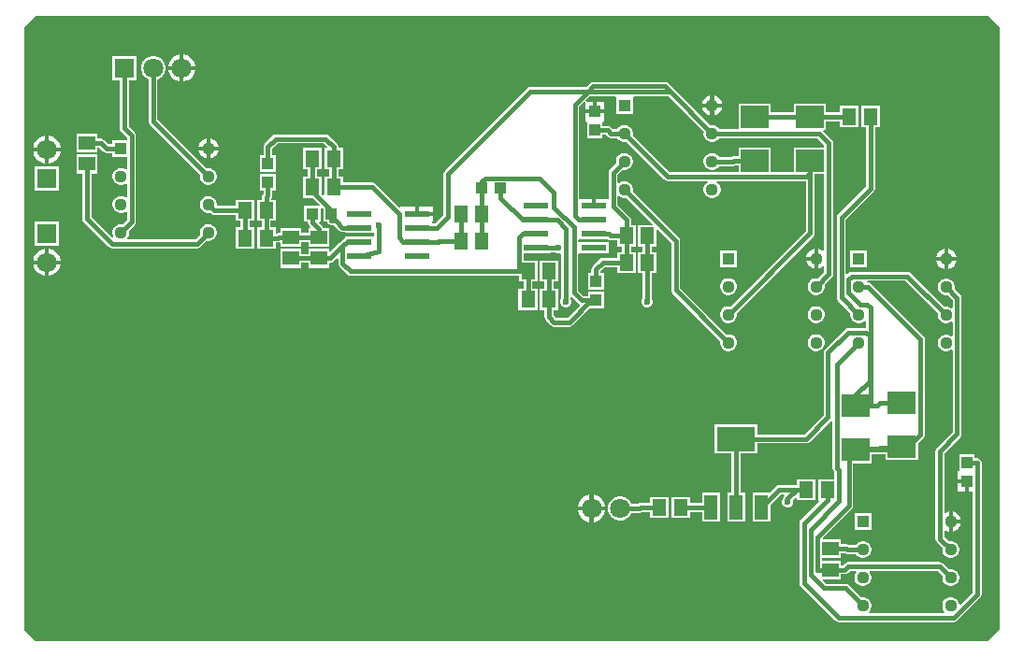
<source format=gtl>
G04*
G04 #@! TF.GenerationSoftware,Altium Limited,Altium Designer,24.0.1 (36)*
G04*
G04 Layer_Physical_Order=1*
G04 Layer_Color=255*
%FSLAX44Y44*%
%MOMM*%
G71*
G04*
G04 #@! TF.SameCoordinates,20C74B94-4111-4091-B890-7D796C08C91C*
G04*
G04*
G04 #@! TF.FilePolarity,Positive*
G04*
G01*
G75*
%ADD27R,2.5000X2.0000*%
%ADD28R,1.0000X1.1000*%
%ADD29R,1.3000X1.5000*%
%ADD30R,1.1000X1.0000*%
%ADD31R,2.2500X0.6000*%
%ADD32R,1.5000X1.3000*%
%ADD33R,3.5000X2.2000*%
%ADD34R,1.2000X2.2000*%
%ADD35C,0.4000*%
%ADD36R,1.1300X1.1300*%
%ADD37C,1.1300*%
%ADD38R,1.8000X1.8000*%
%ADD39C,1.8000*%
%ADD40R,1.8000X1.8000*%
%ADD41C,0.6000*%
G36*
X1292451Y1136944D02*
Y591056D01*
X1281944Y580549D01*
X420056D01*
X409549Y591056D01*
Y1102000D01*
Y1136944D01*
X420056Y1147451D01*
X1281944D01*
X1292451Y1136944D01*
D02*
G37*
%LPC*%
G36*
X553750Y1112472D02*
Y1101750D01*
X564472D01*
X563648Y1104825D01*
X562002Y1107675D01*
X559675Y1110002D01*
X556825Y1111648D01*
X553750Y1112472D01*
D02*
G37*
G36*
X550250D02*
X547175Y1111648D01*
X544325Y1110002D01*
X541997Y1107675D01*
X540352Y1104825D01*
X539528Y1101750D01*
X550250D01*
Y1112472D01*
D02*
G37*
G36*
X564472Y1098250D02*
X553750D01*
Y1087528D01*
X556825Y1088352D01*
X559675Y1089997D01*
X562002Y1092325D01*
X563648Y1095175D01*
X564472Y1098250D01*
D02*
G37*
G36*
X550250D02*
X539528D01*
X540352Y1095175D01*
X541997Y1092325D01*
X544325Y1089997D01*
X547175Y1088352D01*
X550250Y1087528D01*
Y1098250D01*
D02*
G37*
G36*
X989590Y1087388D02*
X989590Y1087388D01*
X924306D01*
X922745Y1087078D01*
X921422Y1086194D01*
X921422Y1086194D01*
X918045Y1082816D01*
X867918D01*
X867918Y1082816D01*
X866357Y1082506D01*
X865034Y1081622D01*
X790104Y1006692D01*
X789220Y1005369D01*
X788910Y1003808D01*
X788910Y1003808D01*
Y966889D01*
X781449Y959428D01*
X779091D01*
X779025Y959501D01*
X778553Y960280D01*
X779122Y961550D01*
X779750D01*
Y966300D01*
X765000D01*
Y968050D01*
X763250D01*
Y974550D01*
X750250D01*
Y973963D01*
X749077Y973477D01*
X727670Y994884D01*
X726347Y995768D01*
X724786Y996078D01*
X724786Y996078D01*
X698000D01*
Y1001500D01*
X693578D01*
Y1008500D01*
X698000D01*
Y1027500D01*
X693578D01*
Y1028810D01*
X693268Y1030371D01*
X692384Y1031694D01*
X685382Y1038696D01*
X684059Y1039580D01*
X682498Y1039890D01*
X682498Y1039890D01*
X637112D01*
X637112Y1039890D01*
X635551Y1039580D01*
X634228Y1038696D01*
X634228Y1038696D01*
X627116Y1031584D01*
X626232Y1030261D01*
X625922Y1028700D01*
X625922Y1028700D01*
Y1021000D01*
X623000D01*
Y1006000D01*
X637000D01*
Y1021000D01*
X634079D01*
Y1027011D01*
X638802Y1031734D01*
X680809D01*
X683869Y1028673D01*
X683383Y1027500D01*
X681000D01*
Y1008500D01*
X685421D01*
Y1001500D01*
X681000D01*
Y985310D01*
X679890Y984836D01*
X679000Y985570D01*
Y1001500D01*
X674578D01*
Y1008500D01*
X679000D01*
Y1027500D01*
X662000D01*
Y1008500D01*
X666422D01*
Y1001500D01*
X662000D01*
Y982500D01*
X670528D01*
X676758Y976270D01*
X676232Y975000D01*
X663000D01*
Y961000D01*
X666422D01*
Y959778D01*
X666422Y959778D01*
X666732Y958217D01*
X667616Y956894D01*
X668337Y956173D01*
X667851Y955000D01*
X666500D01*
Y950578D01*
X660500D01*
Y955000D01*
X641500D01*
Y950578D01*
X639818D01*
X639818Y950578D01*
X638257Y950268D01*
X637000Y950733D01*
Y955500D01*
X632579D01*
Y961500D01*
X637000D01*
Y980500D01*
X633584D01*
X633177Y981137D01*
X633000Y981770D01*
X633768Y982919D01*
X634079Y984480D01*
Y989000D01*
X637000D01*
Y1004000D01*
X623000D01*
Y989000D01*
X625922D01*
Y986170D01*
X625616Y985864D01*
X624732Y984541D01*
X624422Y982980D01*
X624422Y982980D01*
Y980500D01*
X620000D01*
Y961500D01*
X624422D01*
Y955500D01*
X620000D01*
Y936500D01*
X637000D01*
Y941922D01*
X639318D01*
X639318Y941922D01*
X640230Y942103D01*
X641250Y941504D01*
X641383Y941362D01*
X641500Y941160D01*
Y938000D01*
X660500D01*
Y942422D01*
X666500D01*
Y938000D01*
X685500D01*
Y955000D01*
X679935D01*
X679768Y955839D01*
X678884Y957162D01*
X678884Y957162D01*
X676219Y959827D01*
X676705Y961000D01*
X678000D01*
Y972991D01*
X679160Y973498D01*
X680000Y972828D01*
Y961000D01*
X683424D01*
X683556Y960337D01*
X684440Y959014D01*
X685763Y958130D01*
X687324Y957820D01*
X689501D01*
X694854Y952466D01*
X694854Y952466D01*
X696177Y951582D01*
X697738Y951272D01*
X699750D01*
Y950350D01*
X725918D01*
Y947650D01*
X699750D01*
Y946174D01*
X698791Y945534D01*
X694854Y941597D01*
X694854Y941597D01*
X686674Y933416D01*
X685500Y933902D01*
Y936000D01*
X666500D01*
Y931578D01*
X660500D01*
Y936000D01*
X641500D01*
Y919000D01*
X660500D01*
Y923421D01*
X666500D01*
Y919000D01*
X685500D01*
Y922695D01*
X686525Y923421D01*
X688086Y923732D01*
X689409Y924616D01*
X692486Y927693D01*
X693660Y927207D01*
Y923112D01*
X693660Y923112D01*
X693970Y921552D01*
X694854Y920228D01*
X701966Y913116D01*
X701966Y913116D01*
X703289Y912232D01*
X704850Y911922D01*
X704850Y911922D01*
X857000D01*
Y906500D01*
X861422D01*
Y903340D01*
X861348Y902970D01*
X861348Y902970D01*
Y899799D01*
X856926D01*
Y880799D01*
X873926D01*
Y899799D01*
X869505D01*
Y902673D01*
X869578Y903044D01*
Y906500D01*
X874000D01*
Y925500D01*
X861582D01*
Y931950D01*
X886250D01*
Y932872D01*
X889619D01*
X889724Y932767D01*
X891561Y932006D01*
X893551D01*
X894320Y932325D01*
X895590Y931476D01*
Y891231D01*
X895429Y891070D01*
X894668Y889233D01*
Y887243D01*
X895429Y885406D01*
X896836Y883999D01*
X898673Y883238D01*
X900663D01*
X902500Y883999D01*
X903907Y885406D01*
X904668Y887243D01*
Y889233D01*
X903907Y891070D01*
X903746Y891231D01*
Y892590D01*
X905016Y893116D01*
X911516Y886616D01*
X911831Y886405D01*
X911992Y884771D01*
X900996Y873774D01*
X890689D01*
X888505Y875959D01*
Y880799D01*
X892926D01*
Y899799D01*
X888505D01*
Y902673D01*
X888578Y903044D01*
Y906500D01*
X893000D01*
Y925500D01*
X876000D01*
Y906500D01*
X880422D01*
Y903340D01*
X880348Y902970D01*
X880348Y902970D01*
Y899799D01*
X875927D01*
Y880799D01*
X880348D01*
Y874270D01*
X880348Y874269D01*
X880659Y872709D01*
X881543Y871386D01*
X886116Y866812D01*
X886116Y866812D01*
X887439Y865928D01*
X889000Y865618D01*
X902685D01*
X902685Y865618D01*
X904246Y865928D01*
X905569Y866812D01*
X920757Y882000D01*
X934000D01*
Y897000D01*
X920000D01*
Y893578D01*
X916089D01*
X911112Y898555D01*
Y930944D01*
X911750Y931950D01*
X912382Y931950D01*
X938250D01*
Y941950D01*
X912382D01*
X911750Y941950D01*
X911112Y942956D01*
Y943644D01*
X911750Y944650D01*
X938180D01*
X939009Y944097D01*
X940570Y943786D01*
X946100D01*
Y938364D01*
X950522D01*
Y933364D01*
X946100D01*
Y927943D01*
X933450D01*
X931889Y927633D01*
X930566Y926748D01*
X930566Y926748D01*
X924116Y920298D01*
X923232Y918975D01*
X922922Y917414D01*
X922922Y917414D01*
Y914000D01*
X920000D01*
Y899000D01*
X934000D01*
Y914000D01*
X931078D01*
Y915725D01*
X935139Y919786D01*
X946100D01*
Y914365D01*
X963100D01*
Y933364D01*
X958678D01*
Y938364D01*
X963100D01*
Y957365D01*
X958678D01*
Y962660D01*
X958368Y964221D01*
X957484Y965544D01*
X957484Y965544D01*
X946672Y976355D01*
Y983413D01*
X947942Y983939D01*
X948103Y983778D01*
X949847Y982771D01*
X951793Y982250D01*
X953807D01*
X954498Y982435D01*
X978395Y958538D01*
X977909Y957365D01*
X965100D01*
Y938364D01*
X969521D01*
Y933364D01*
X965100D01*
Y914365D01*
X969521D01*
Y891739D01*
X968853Y891070D01*
X968092Y889233D01*
Y887243D01*
X968853Y885406D01*
X970259Y883999D01*
X972097Y883238D01*
X974086D01*
X975924Y883999D01*
X977331Y885406D01*
X978092Y887243D01*
Y889233D01*
X977678Y890231D01*
Y914365D01*
X982100D01*
Y933364D01*
X977678D01*
Y938364D01*
X982100D01*
Y953173D01*
X983273Y953659D01*
X995158Y941775D01*
Y898964D01*
X995158Y898964D01*
X995468Y897404D01*
X996352Y896081D01*
X1039535Y852898D01*
X1039350Y852207D01*
Y850193D01*
X1039872Y848247D01*
X1040879Y846503D01*
X1042303Y845079D01*
X1044047Y844072D01*
X1045993Y843550D01*
X1048007D01*
X1049953Y844072D01*
X1051697Y845079D01*
X1053122Y846503D01*
X1054129Y848247D01*
X1054650Y850193D01*
Y852207D01*
X1054129Y854153D01*
X1053122Y855897D01*
X1051697Y857322D01*
X1049953Y858329D01*
X1048007Y858850D01*
X1045993D01*
X1045303Y858665D01*
X1003314Y900654D01*
Y943464D01*
X1003314Y943464D01*
X1003004Y945025D01*
X1002120Y946348D01*
X960265Y988203D01*
X960450Y988893D01*
Y990907D01*
X959929Y992853D01*
X958922Y994597D01*
X957497Y996021D01*
X955753Y997029D01*
X953807Y997550D01*
X951793D01*
X949847Y997029D01*
X948103Y996021D01*
X947942Y995861D01*
X946672Y996387D01*
Y1003404D01*
X951103Y1007835D01*
X951793Y1007650D01*
X953807D01*
X955753Y1008171D01*
X957497Y1009178D01*
X958922Y1010603D01*
X959929Y1012347D01*
X960450Y1014293D01*
Y1016307D01*
X959929Y1018253D01*
X958922Y1019997D01*
X957497Y1021422D01*
X955753Y1022429D01*
X953807Y1022950D01*
X951793D01*
X949847Y1022429D01*
X948103Y1021422D01*
X946679Y1019997D01*
X945672Y1018253D01*
X945150Y1016307D01*
Y1014293D01*
X945335Y1013603D01*
X939710Y1007978D01*
X938826Y1006655D01*
X938516Y1005094D01*
X938516Y1005094D01*
Y981550D01*
X926750D01*
Y975050D01*
X923250D01*
Y981550D01*
X911874D01*
Y1065111D01*
X916230Y1069466D01*
X917500Y1068940D01*
X917500Y1068461D01*
Y1062250D01*
X924250D01*
Y1069500D01*
X918600D01*
X918059Y1069500D01*
X917533Y1070770D01*
X921423Y1074660D01*
X944280D01*
X945150Y1073750D01*
X945150Y1073390D01*
Y1058450D01*
X960450D01*
Y1073390D01*
X960450Y1073750D01*
X961320Y1074660D01*
X992473D01*
X1024735Y1042397D01*
X1024550Y1041707D01*
Y1039693D01*
X1025071Y1037747D01*
X1026079Y1036003D01*
X1027503Y1034578D01*
X1029247Y1033571D01*
X1031193Y1033050D01*
X1033207D01*
X1035153Y1033571D01*
X1036897Y1034578D01*
X1038322Y1036003D01*
X1038679Y1036622D01*
X1127279D01*
X1133588Y1030313D01*
Y1028000D01*
X1106500D01*
Y1005854D01*
X1085500D01*
Y1028000D01*
X1056500D01*
Y1020078D01*
X1051752D01*
X1051752Y1020078D01*
X1050191Y1019768D01*
X1049608Y1019378D01*
X1038679D01*
X1038322Y1019997D01*
X1036897Y1021422D01*
X1035153Y1022429D01*
X1033207Y1022950D01*
X1031193D01*
X1029247Y1022429D01*
X1027503Y1021422D01*
X1026079Y1019997D01*
X1025071Y1018253D01*
X1024550Y1016307D01*
Y1014293D01*
X1025071Y1012347D01*
X1026079Y1010603D01*
X1027503Y1009178D01*
X1029247Y1008171D01*
X1031193Y1007650D01*
X1033207D01*
X1035153Y1008171D01*
X1036897Y1009178D01*
X1038322Y1010603D01*
X1038679Y1011222D01*
X1051052D01*
X1051052Y1011222D01*
X1052613Y1011532D01*
X1053196Y1011922D01*
X1056500D01*
Y1005854D01*
X993413D01*
X960265Y1039003D01*
X960450Y1039693D01*
Y1041707D01*
X959929Y1043653D01*
X958922Y1045397D01*
X957497Y1046822D01*
X955753Y1047829D01*
X953807Y1048350D01*
X951793D01*
X949847Y1047829D01*
X948103Y1046822D01*
X946679Y1045397D01*
X946321Y1044778D01*
X942257D01*
X940652Y1046384D01*
X939329Y1047268D01*
X937768Y1047578D01*
X937768Y1047578D01*
X933898D01*
X933000Y1048476D01*
X933000Y1051000D01*
X934063Y1051500D01*
X934500D01*
Y1058750D01*
X926000D01*
X917500D01*
Y1051500D01*
X917937D01*
X919000Y1051000D01*
X919000Y1050230D01*
Y1036000D01*
X933000D01*
Y1039422D01*
X936079D01*
X937684Y1037816D01*
X939007Y1036932D01*
X940568Y1036622D01*
X940568Y1036622D01*
X946321D01*
X946679Y1036003D01*
X948103Y1034578D01*
X949847Y1033571D01*
X951793Y1033050D01*
X953807D01*
X954498Y1033235D01*
X988840Y998892D01*
X988840Y998892D01*
X990163Y998008D01*
X991724Y997698D01*
X1027866D01*
X1028206Y996428D01*
X1027503Y996021D01*
X1026079Y994597D01*
X1025071Y992853D01*
X1024550Y990907D01*
Y988893D01*
X1025071Y986947D01*
X1026079Y985203D01*
X1027503Y983778D01*
X1029247Y982771D01*
X1031193Y982250D01*
X1033207D01*
X1035153Y982771D01*
X1036897Y983778D01*
X1038322Y985203D01*
X1039329Y986947D01*
X1039850Y988893D01*
Y990907D01*
X1039329Y992853D01*
X1038322Y994597D01*
X1036897Y996021D01*
X1036194Y996428D01*
X1036534Y997698D01*
X1116922D01*
Y952289D01*
X1048698Y884065D01*
X1048007Y884250D01*
X1045993D01*
X1044047Y883729D01*
X1042303Y882722D01*
X1040879Y881297D01*
X1039872Y879553D01*
X1039350Y877607D01*
Y875593D01*
X1039872Y873647D01*
X1040879Y871903D01*
X1042303Y870479D01*
X1044047Y869472D01*
X1045993Y868950D01*
X1048007D01*
X1049953Y869472D01*
X1051697Y870479D01*
X1053122Y871903D01*
X1054129Y873647D01*
X1054650Y875593D01*
Y877607D01*
X1054465Y878298D01*
X1123884Y947716D01*
X1123884Y947716D01*
X1124768Y949039D01*
X1125078Y950600D01*
X1125078Y950600D01*
Y1004000D01*
X1133588D01*
Y934812D01*
X1132414Y934326D01*
X1132018Y934722D01*
X1129932Y935927D01*
X1128150Y936404D01*
Y927400D01*
Y918396D01*
X1129932Y918874D01*
X1132018Y920078D01*
X1132414Y920474D01*
X1133588Y919988D01*
Y914955D01*
X1128098Y909465D01*
X1127407Y909650D01*
X1125393D01*
X1123447Y909129D01*
X1121703Y908122D01*
X1120279Y906697D01*
X1119271Y904953D01*
X1118750Y903007D01*
Y900993D01*
X1119271Y899047D01*
X1120279Y897303D01*
X1121703Y895879D01*
X1123447Y894872D01*
X1125393Y894350D01*
X1127407D01*
X1129353Y894872D01*
X1131097Y895879D01*
X1132522Y897303D01*
X1133529Y899047D01*
X1134050Y900993D01*
Y903007D01*
X1133865Y903698D01*
X1140550Y910382D01*
X1140550Y910382D01*
X1141434Y911705D01*
X1141744Y913266D01*
Y1032002D01*
X1141434Y1033563D01*
X1140550Y1034886D01*
X1140550Y1034886D01*
X1132706Y1042730D01*
X1133232Y1044000D01*
X1135500D01*
Y1051922D01*
X1148000D01*
Y1046500D01*
X1165000D01*
Y1065500D01*
X1148000D01*
Y1060078D01*
X1135500D01*
Y1068000D01*
X1106500D01*
Y1060078D01*
X1085500D01*
Y1068000D01*
X1056500D01*
Y1044778D01*
X1038679D01*
X1038322Y1045397D01*
X1036897Y1046822D01*
X1035153Y1047829D01*
X1033207Y1048350D01*
X1031193D01*
X1030503Y1048165D01*
X997046Y1081622D01*
X997046Y1081622D01*
X992474Y1086194D01*
X991151Y1087078D01*
X990892Y1087129D01*
X989590Y1087388D01*
D02*
G37*
G36*
X1033950Y1075104D02*
Y1067850D01*
X1041204D01*
X1040726Y1069632D01*
X1039522Y1071718D01*
X1037818Y1073422D01*
X1035732Y1074626D01*
X1033950Y1075104D01*
D02*
G37*
G36*
X1030450D02*
X1028668Y1074626D01*
X1026582Y1073422D01*
X1024878Y1071718D01*
X1023674Y1069632D01*
X1023196Y1067850D01*
X1030450D01*
Y1075104D01*
D02*
G37*
G36*
X927750Y1069500D02*
Y1062250D01*
X934500D01*
Y1069500D01*
X927750D01*
D02*
G37*
G36*
X1041204Y1064350D02*
X1033950D01*
Y1057096D01*
X1035732Y1057574D01*
X1037818Y1058778D01*
X1039522Y1060482D01*
X1040726Y1062568D01*
X1041204Y1064350D01*
D02*
G37*
G36*
X1030450D02*
X1023196D01*
X1023674Y1062568D01*
X1024878Y1060482D01*
X1026582Y1058778D01*
X1028668Y1057574D01*
X1030450Y1057096D01*
Y1064350D01*
D02*
G37*
G36*
X511000Y1111000D02*
X489000D01*
Y1089000D01*
X495922D01*
Y1045210D01*
X495922Y1045210D01*
X496232Y1043649D01*
X497116Y1042326D01*
X502398Y1037045D01*
Y1034750D01*
X489150D01*
Y1031178D01*
X485379D01*
X481674Y1034884D01*
X480351Y1035768D01*
X478790Y1036078D01*
X478790Y1036078D01*
X475500D01*
Y1040500D01*
X456500D01*
Y1023500D01*
X475500D01*
Y1027922D01*
X477101D01*
X480806Y1024216D01*
X482129Y1023332D01*
X483690Y1023021D01*
X483690Y1023021D01*
X489150D01*
Y1019450D01*
X502398D01*
Y1008576D01*
X501128Y1008035D01*
X499753Y1008829D01*
X497807Y1009350D01*
X495793D01*
X493847Y1008829D01*
X492103Y1007821D01*
X490679Y1006397D01*
X489672Y1004653D01*
X489150Y1002707D01*
Y1000693D01*
X489672Y998747D01*
X490679Y997003D01*
X492103Y995578D01*
X493847Y994571D01*
X495793Y994050D01*
X497807D01*
X499753Y994571D01*
X501128Y995365D01*
X502398Y994824D01*
Y983176D01*
X501128Y982635D01*
X499753Y983428D01*
X497807Y983950D01*
X495793D01*
X493847Y983428D01*
X492103Y982421D01*
X490679Y980997D01*
X489672Y979253D01*
X489150Y977307D01*
Y975293D01*
X489672Y973347D01*
X490679Y971603D01*
X492103Y970178D01*
X493847Y969171D01*
X495793Y968650D01*
X497807D01*
X499753Y969171D01*
X501128Y969965D01*
X502398Y969424D01*
Y962265D01*
X498498Y958365D01*
X497807Y958550D01*
X495793D01*
X493847Y958028D01*
X492103Y957021D01*
X490679Y955597D01*
X489672Y953853D01*
X489150Y951907D01*
Y949893D01*
X489672Y947947D01*
X490189Y947051D01*
X489173Y946271D01*
X470078Y965365D01*
Y1004500D01*
X475500D01*
Y1021500D01*
X456500D01*
Y1004500D01*
X461922D01*
Y963676D01*
X461922Y963676D01*
X462232Y962115D01*
X463116Y960792D01*
X485976Y937932D01*
X485976Y937932D01*
X487299Y937048D01*
X488860Y936738D01*
X566116D01*
X566116Y936738D01*
X567677Y937048D01*
X569000Y937932D01*
X574503Y943435D01*
X575193Y943250D01*
X577207D01*
X579153Y943771D01*
X580897Y944778D01*
X582322Y946203D01*
X583329Y947947D01*
X583850Y949893D01*
Y951907D01*
X583329Y953853D01*
X582322Y955597D01*
X580897Y957021D01*
X579153Y958028D01*
X577207Y958550D01*
X575193D01*
X573247Y958028D01*
X571503Y957021D01*
X570079Y955597D01*
X569071Y953853D01*
X568550Y951907D01*
Y949893D01*
X568735Y949202D01*
X564427Y944894D01*
X503273D01*
X502787Y946068D01*
X502922Y946203D01*
X503929Y947947D01*
X504450Y949893D01*
Y951907D01*
X504265Y952597D01*
X509360Y957692D01*
X509360Y957692D01*
X510244Y959015D01*
X510554Y960576D01*
X510554Y960576D01*
Y1038734D01*
X510554Y1038734D01*
X510244Y1040295D01*
X509360Y1041618D01*
X504078Y1046899D01*
Y1089000D01*
X511000D01*
Y1111000D01*
D02*
G37*
G36*
X577950Y1036104D02*
Y1028850D01*
X585204D01*
X584726Y1030632D01*
X583522Y1032718D01*
X581818Y1034422D01*
X579732Y1035626D01*
X577950Y1036104D01*
D02*
G37*
G36*
X574450D02*
X572668Y1035626D01*
X570582Y1034422D01*
X568878Y1032718D01*
X567674Y1030632D01*
X567196Y1028850D01*
X574450D01*
Y1036104D01*
D02*
G37*
G36*
X431750Y1038472D02*
Y1027750D01*
X442472D01*
X441648Y1030825D01*
X440003Y1033675D01*
X437675Y1036002D01*
X434825Y1037648D01*
X431750Y1038472D01*
D02*
G37*
G36*
X428250D02*
X425175Y1037648D01*
X422325Y1036002D01*
X419998Y1033675D01*
X418352Y1030825D01*
X417528Y1027750D01*
X428250D01*
Y1038472D01*
D02*
G37*
G36*
X585204Y1025350D02*
X577950D01*
Y1018096D01*
X579732Y1018573D01*
X581818Y1019778D01*
X583522Y1021482D01*
X584726Y1023568D01*
X585204Y1025350D01*
D02*
G37*
G36*
X574450D02*
X567196D01*
X567674Y1023568D01*
X568878Y1021482D01*
X570582Y1019778D01*
X572668Y1018573D01*
X574450Y1018096D01*
Y1025350D01*
D02*
G37*
G36*
X442472Y1024250D02*
X431750D01*
Y1013528D01*
X434825Y1014352D01*
X437675Y1015997D01*
X440003Y1018325D01*
X441648Y1021175D01*
X442472Y1024250D01*
D02*
G37*
G36*
X428250D02*
X417528D01*
X418352Y1021175D01*
X419998Y1018325D01*
X422325Y1015997D01*
X425175Y1014352D01*
X428250Y1013528D01*
Y1024250D01*
D02*
G37*
G36*
X527448Y1111000D02*
X524552D01*
X521754Y1110250D01*
X519246Y1108802D01*
X517198Y1106754D01*
X515750Y1104246D01*
X515000Y1101448D01*
Y1098552D01*
X515750Y1095754D01*
X517198Y1093246D01*
X519246Y1091198D01*
X521754Y1089750D01*
X521922Y1089705D01*
Y1051900D01*
X521922Y1051900D01*
X522232Y1050339D01*
X523116Y1049016D01*
X568735Y1003397D01*
X568550Y1002707D01*
Y1000693D01*
X569071Y998747D01*
X570079Y997003D01*
X571503Y995578D01*
X573247Y994571D01*
X575193Y994050D01*
X577207D01*
X579153Y994571D01*
X580897Y995578D01*
X582322Y997003D01*
X583329Y998747D01*
X583850Y1000693D01*
Y1002707D01*
X583329Y1004653D01*
X582322Y1006397D01*
X580897Y1007821D01*
X579153Y1008829D01*
X577207Y1009350D01*
X575193D01*
X574503Y1009165D01*
X530078Y1053589D01*
Y1089705D01*
X530246Y1089750D01*
X532754Y1091198D01*
X534802Y1093246D01*
X536250Y1095754D01*
X537000Y1098552D01*
Y1101448D01*
X536250Y1104246D01*
X534802Y1106754D01*
X532754Y1108802D01*
X530246Y1110250D01*
X527448Y1111000D01*
D02*
G37*
G36*
X441000Y1011000D02*
X419000D01*
Y989000D01*
X441000D01*
Y1011000D01*
D02*
G37*
G36*
X779750Y974550D02*
X766750D01*
Y969800D01*
X779750D01*
Y974550D01*
D02*
G37*
G36*
X441000Y961000D02*
X419000D01*
Y939000D01*
X441000D01*
Y961000D01*
D02*
G37*
G36*
X577207Y983950D02*
X575193D01*
X573247Y983428D01*
X571503Y982421D01*
X570079Y980997D01*
X569071Y979253D01*
X568550Y977307D01*
Y975293D01*
X569071Y973347D01*
X570079Y971603D01*
X571503Y970178D01*
X573247Y969171D01*
X575193Y968650D01*
X577207D01*
X577897Y968835D01*
X578616Y968116D01*
X578616Y968116D01*
X579939Y967232D01*
X581500Y966921D01*
X581500Y966921D01*
X601000D01*
Y961500D01*
X605422D01*
Y955500D01*
X601000D01*
Y936500D01*
X618000D01*
Y955500D01*
X613578D01*
Y961500D01*
X618000D01*
Y980500D01*
X601000D01*
Y975078D01*
X584015D01*
X583850Y975293D01*
Y977307D01*
X583329Y979253D01*
X582322Y980997D01*
X580897Y982421D01*
X579153Y983428D01*
X577207Y983950D01*
D02*
G37*
G36*
X1124650Y936404D02*
X1122868Y935927D01*
X1120782Y934722D01*
X1119078Y933018D01*
X1117874Y930932D01*
X1117396Y929150D01*
X1124650D01*
Y936404D01*
D02*
G37*
G36*
X1245950Y936104D02*
Y928850D01*
X1253204D01*
X1252727Y930632D01*
X1251522Y932718D01*
X1249818Y934422D01*
X1247732Y935626D01*
X1245950Y936104D01*
D02*
G37*
G36*
X1242450D02*
X1240668Y935626D01*
X1238582Y934422D01*
X1236878Y932718D01*
X1235674Y930632D01*
X1235196Y928850D01*
X1242450D01*
Y936104D01*
D02*
G37*
G36*
X431750Y936472D02*
Y925750D01*
X442472D01*
X441648Y928825D01*
X440003Y931675D01*
X437675Y934003D01*
X434825Y935648D01*
X431750Y936472D01*
D02*
G37*
G36*
X428250D02*
X425175Y935648D01*
X422325Y934003D01*
X419998Y931675D01*
X418352Y928825D01*
X417528Y925750D01*
X428250D01*
Y936472D01*
D02*
G37*
G36*
X1054650Y935050D02*
X1039350D01*
Y919750D01*
X1054650D01*
Y935050D01*
D02*
G37*
G36*
X1172450Y934750D02*
X1157150D01*
Y919450D01*
X1172450D01*
Y934750D01*
D02*
G37*
G36*
X1124650Y925650D02*
X1117396D01*
X1117874Y923868D01*
X1119078Y921782D01*
X1120782Y920078D01*
X1122868Y918874D01*
X1124650Y918396D01*
Y925650D01*
D02*
G37*
G36*
X1253204Y925350D02*
X1245950D01*
Y918096D01*
X1247732Y918574D01*
X1249818Y919778D01*
X1251522Y921482D01*
X1252727Y923568D01*
X1253204Y925350D01*
D02*
G37*
G36*
X1242450D02*
X1235196D01*
X1235674Y923568D01*
X1236878Y921482D01*
X1238582Y919778D01*
X1240668Y918574D01*
X1242450Y918096D01*
Y925350D01*
D02*
G37*
G36*
X442472Y922250D02*
X431750D01*
Y911528D01*
X434825Y912352D01*
X437675Y913998D01*
X440003Y916325D01*
X441648Y919175D01*
X442472Y922250D01*
D02*
G37*
G36*
X428250D02*
X417528D01*
X418352Y919175D01*
X419998Y916325D01*
X422325Y913998D01*
X425175Y912352D01*
X428250Y911528D01*
Y922250D01*
D02*
G37*
G36*
X1048007Y909650D02*
X1045993D01*
X1044047Y909129D01*
X1042303Y908122D01*
X1040879Y906697D01*
X1039872Y904953D01*
X1039350Y903007D01*
Y900993D01*
X1039872Y899047D01*
X1040879Y897303D01*
X1042303Y895879D01*
X1044047Y894872D01*
X1045993Y894350D01*
X1048007D01*
X1049953Y894872D01*
X1051697Y895879D01*
X1053122Y897303D01*
X1054129Y899047D01*
X1054650Y900993D01*
Y903007D01*
X1054129Y904953D01*
X1053122Y906697D01*
X1051697Y908122D01*
X1049953Y909129D01*
X1048007Y909650D01*
D02*
G37*
G36*
X1127407Y884250D02*
X1125393D01*
X1123447Y883729D01*
X1121703Y882722D01*
X1120279Y881297D01*
X1119271Y879553D01*
X1118750Y877607D01*
Y875593D01*
X1119271Y873647D01*
X1120279Y871903D01*
X1121703Y870479D01*
X1123447Y869472D01*
X1125393Y868950D01*
X1127407D01*
X1129353Y869472D01*
X1131097Y870479D01*
X1132522Y871903D01*
X1133529Y873647D01*
X1134050Y875593D01*
Y877607D01*
X1133529Y879553D01*
X1132522Y881297D01*
X1131097Y882722D01*
X1129353Y883729D01*
X1127407Y884250D01*
D02*
G37*
G36*
X1184000Y1065500D02*
X1167000D01*
Y1046500D01*
X1171422D01*
Y992531D01*
X1146265Y967375D01*
X1145381Y966052D01*
X1145071Y964491D01*
X1145071Y964491D01*
Y891951D01*
X1145071Y891951D01*
X1145381Y890390D01*
X1146265Y889067D01*
X1157335Y877997D01*
X1157150Y877307D01*
Y875293D01*
X1157671Y873347D01*
X1158678Y871603D01*
X1160103Y870179D01*
X1161847Y869171D01*
X1163793Y868650D01*
X1165807D01*
X1167753Y869171D01*
X1169497Y870179D01*
X1170164Y870845D01*
X1171434Y870319D01*
Y864827D01*
X1171194Y864630D01*
X1171194Y864630D01*
X1155700D01*
X1155700Y864630D01*
X1154139Y864320D01*
X1152816Y863436D01*
X1134274Y844894D01*
X1133390Y843571D01*
X1133080Y842010D01*
X1133080Y842010D01*
Y785247D01*
X1115911Y768078D01*
X1073500D01*
Y777000D01*
X1034500D01*
Y751000D01*
X1049922D01*
Y715000D01*
X1046000D01*
Y689000D01*
X1062000D01*
Y715000D01*
X1058078D01*
Y751000D01*
X1073500D01*
Y759922D01*
X1117600D01*
X1117600Y759922D01*
X1119161Y760232D01*
X1120484Y761116D01*
X1139938Y780570D01*
X1140376Y780519D01*
X1141208Y780133D01*
Y737616D01*
X1141208Y737616D01*
X1141518Y736055D01*
X1142402Y734732D01*
X1142986Y734149D01*
Y727500D01*
X1128000D01*
Y708500D01*
X1128555D01*
X1129041Y707327D01*
X1112430Y690716D01*
X1111546Y689393D01*
X1111236Y687832D01*
X1111236Y687832D01*
Y633476D01*
X1111236Y633476D01*
X1111546Y631915D01*
X1112430Y630592D01*
X1143926Y599096D01*
X1143926Y599096D01*
X1145249Y598212D01*
X1146810Y597902D01*
X1146810Y597902D01*
X1250950D01*
X1250950Y597902D01*
X1252511Y598212D01*
X1253834Y599096D01*
X1274916Y620178D01*
X1274916Y620178D01*
X1275800Y621501D01*
X1276110Y623062D01*
Y742500D01*
X1275800Y744061D01*
X1274916Y745384D01*
X1273593Y746268D01*
X1272032Y746578D01*
X1270000D01*
Y750000D01*
X1256000D01*
Y735000D01*
X1254937Y734500D01*
X1254500D01*
Y727250D01*
X1263000D01*
Y725500D01*
X1264750D01*
Y716500D01*
X1267954D01*
Y624751D01*
X1257022Y613820D01*
X1255737Y614330D01*
X1255329Y615853D01*
X1254322Y617597D01*
X1252897Y619021D01*
X1251153Y620029D01*
X1249207Y620550D01*
X1247193D01*
X1245247Y620029D01*
X1243503Y619021D01*
X1242079Y617597D01*
X1241071Y615853D01*
X1240550Y613907D01*
Y611893D01*
X1241071Y609947D01*
X1242079Y608203D01*
X1242953Y607328D01*
X1242427Y606058D01*
X1174573D01*
X1174047Y607328D01*
X1174921Y608203D01*
X1175928Y609947D01*
X1176450Y611893D01*
Y613907D01*
X1175928Y615853D01*
X1174921Y617597D01*
X1173497Y619021D01*
X1171753Y620029D01*
X1169807Y620550D01*
X1167793D01*
X1167102Y620365D01*
X1155936Y631532D01*
X1154613Y632416D01*
X1153052Y632726D01*
X1153052Y632726D01*
X1135293D01*
X1132193Y635826D01*
X1132679Y637000D01*
X1148500D01*
Y641422D01*
X1152398D01*
X1152398Y641422D01*
X1153959Y641732D01*
X1155282Y642616D01*
X1157049Y644384D01*
X1162405D01*
X1162891Y643210D01*
X1162678Y642997D01*
X1161671Y641253D01*
X1161150Y639307D01*
Y637293D01*
X1161671Y635347D01*
X1162678Y633603D01*
X1164103Y632178D01*
X1165847Y631171D01*
X1167793Y630650D01*
X1169807D01*
X1171753Y631171D01*
X1173497Y632178D01*
X1174921Y633603D01*
X1175928Y635347D01*
X1176450Y637293D01*
Y639307D01*
X1175928Y641253D01*
X1174921Y642997D01*
X1174708Y643210D01*
X1175194Y644384D01*
X1236349D01*
X1240735Y639997D01*
X1240550Y639307D01*
Y637293D01*
X1241071Y635347D01*
X1242079Y633603D01*
X1243503Y632178D01*
X1245247Y631171D01*
X1247193Y630650D01*
X1249207D01*
X1251153Y631171D01*
X1252897Y632178D01*
X1254322Y633603D01*
X1255329Y635347D01*
X1255850Y637293D01*
Y639307D01*
X1255329Y641253D01*
X1254322Y642997D01*
X1252897Y644421D01*
X1251153Y645429D01*
X1249207Y645950D01*
X1247193D01*
X1246503Y645765D01*
X1240922Y651346D01*
X1239599Y652230D01*
X1238038Y652540D01*
X1238038Y652540D01*
X1155360D01*
X1155360Y652540D01*
X1153799Y652230D01*
X1152476Y651346D01*
X1152476Y651346D01*
X1150709Y649578D01*
X1148500D01*
Y654000D01*
X1131578D01*
Y656000D01*
X1148500D01*
Y660422D01*
X1151920D01*
X1152653Y659932D01*
X1154214Y659622D01*
X1154214Y659622D01*
X1162321D01*
X1162678Y659003D01*
X1164103Y657578D01*
X1165847Y656571D01*
X1167793Y656050D01*
X1169807D01*
X1171753Y656571D01*
X1173497Y657578D01*
X1174921Y659003D01*
X1175928Y660747D01*
X1176450Y662693D01*
Y664707D01*
X1175928Y666653D01*
X1174921Y668397D01*
X1173497Y669821D01*
X1171753Y670829D01*
X1169807Y671350D01*
X1167793D01*
X1165847Y670829D01*
X1164103Y669821D01*
X1162678Y668397D01*
X1162321Y667778D01*
X1155708D01*
X1154975Y668268D01*
X1153414Y668578D01*
X1153414Y668578D01*
X1148500D01*
Y673000D01*
X1133063D01*
X1132537Y674270D01*
X1158838Y700571D01*
X1158838Y700571D01*
X1159722Y701894D01*
X1160032Y703455D01*
X1160032Y703455D01*
Y741999D01*
X1176494D01*
Y749921D01*
X1189500D01*
Y745000D01*
X1218500D01*
Y760231D01*
X1223608Y765339D01*
X1223608Y765339D01*
X1224492Y766662D01*
X1224802Y768223D01*
X1224802Y768223D01*
Y854119D01*
X1224802Y854119D01*
X1224492Y855680D01*
X1223608Y857003D01*
X1223608Y857003D01*
X1176027Y904584D01*
X1174704Y905468D01*
X1173143Y905778D01*
X1173143Y905778D01*
X1172437D01*
X1172290Y906004D01*
X1172977Y907274D01*
X1207459D01*
X1236735Y877997D01*
X1236550Y877307D01*
Y875293D01*
X1237072Y873347D01*
X1238079Y871603D01*
X1239503Y870179D01*
X1241247Y869171D01*
X1243193Y868650D01*
X1245207D01*
X1247153Y869171D01*
X1248650Y870035D01*
X1249920Y869583D01*
Y857617D01*
X1248650Y857165D01*
X1247153Y858029D01*
X1245207Y858550D01*
X1243193D01*
X1241247Y858029D01*
X1239503Y857021D01*
X1238079Y855597D01*
X1237072Y853853D01*
X1236550Y851907D01*
Y849893D01*
X1237072Y847947D01*
X1238079Y846203D01*
X1239503Y844779D01*
X1241247Y843771D01*
X1243193Y843250D01*
X1245207D01*
X1247153Y843771D01*
X1248650Y844635D01*
X1249920Y844183D01*
Y770039D01*
X1235620Y755740D01*
X1234736Y754417D01*
X1234426Y752856D01*
X1234426Y752856D01*
Y673396D01*
X1234426Y673396D01*
X1234736Y671835D01*
X1235620Y670512D01*
X1240735Y665397D01*
X1240550Y664707D01*
Y662693D01*
X1241071Y660747D01*
X1242079Y659003D01*
X1243503Y657578D01*
X1245247Y656571D01*
X1247193Y656050D01*
X1249207D01*
X1251153Y656571D01*
X1252897Y657578D01*
X1254322Y659003D01*
X1255329Y660747D01*
X1255850Y662693D01*
Y664707D01*
X1255329Y666653D01*
X1254322Y668397D01*
X1252897Y669821D01*
X1251153Y670829D01*
X1249207Y671350D01*
X1247193D01*
X1246503Y671165D01*
X1242582Y675086D01*
Y680508D01*
X1243682Y681143D01*
X1244668Y680574D01*
X1246450Y680096D01*
Y689100D01*
Y698104D01*
X1244668Y697626D01*
X1243682Y697057D01*
X1242582Y697692D01*
Y751167D01*
X1256882Y765466D01*
X1256882Y765466D01*
X1257766Y766789D01*
X1258076Y768350D01*
Y891902D01*
X1258076Y891902D01*
X1257766Y893463D01*
X1256882Y894786D01*
X1256882Y894786D01*
X1251665Y900003D01*
X1251850Y900693D01*
Y902707D01*
X1251329Y904653D01*
X1250322Y906397D01*
X1248897Y907822D01*
X1247153Y908829D01*
X1245207Y909350D01*
X1243193D01*
X1241247Y908829D01*
X1239503Y907822D01*
X1238079Y906397D01*
X1237072Y904653D01*
X1236550Y902707D01*
Y900693D01*
X1237072Y898747D01*
X1238079Y897003D01*
X1239503Y895579D01*
X1241247Y894571D01*
X1243193Y894050D01*
X1245207D01*
X1245898Y894235D01*
X1249920Y890213D01*
Y883017D01*
X1248650Y882565D01*
X1247153Y883429D01*
X1245207Y883950D01*
X1243193D01*
X1242503Y883765D01*
X1212032Y914236D01*
X1210709Y915120D01*
X1209148Y915430D01*
X1209148Y915430D01*
X1158452D01*
X1158451Y915430D01*
X1156891Y915120D01*
X1155567Y914236D01*
X1155567Y914236D01*
X1154401Y913069D01*
X1153228Y913555D01*
Y962802D01*
X1178384Y987958D01*
X1178384Y987958D01*
X1179268Y989281D01*
X1179578Y990842D01*
Y1046500D01*
X1184000D01*
Y1065500D01*
D02*
G37*
G36*
X1127407Y858850D02*
X1125393D01*
X1123447Y858329D01*
X1121703Y857322D01*
X1120279Y855897D01*
X1119271Y854153D01*
X1118750Y852207D01*
Y850193D01*
X1119271Y848247D01*
X1120279Y846503D01*
X1121703Y845079D01*
X1123447Y844072D01*
X1125393Y843550D01*
X1127407D01*
X1129353Y844072D01*
X1131097Y845079D01*
X1132522Y846503D01*
X1133529Y848247D01*
X1134050Y850193D01*
Y852207D01*
X1133529Y854153D01*
X1132522Y855897D01*
X1131097Y857322D01*
X1129353Y858329D01*
X1127407Y858850D01*
D02*
G37*
G36*
X1261250Y723750D02*
X1254500D01*
Y716500D01*
X1261250D01*
Y723750D01*
D02*
G37*
G36*
X1126000Y727500D02*
X1109000D01*
Y723257D01*
X1108652Y722078D01*
X1108652Y722078D01*
X1093000D01*
X1091439Y721768D01*
X1090116Y720884D01*
X1090116Y720884D01*
X1084232Y715000D01*
X1069000D01*
Y689000D01*
X1085000D01*
Y704232D01*
X1094689Y713922D01*
X1097239D01*
X1097254Y713886D01*
X1097590Y712652D01*
X1096814Y711491D01*
X1096504Y709930D01*
X1096504Y709930D01*
Y709510D01*
X1096343Y709350D01*
X1095582Y707512D01*
Y705523D01*
X1096343Y703686D01*
X1097750Y702279D01*
X1099587Y701518D01*
X1101577D01*
X1103414Y702279D01*
X1104821Y703686D01*
X1105582Y705523D01*
Y707512D01*
X1105099Y708679D01*
X1107827Y711407D01*
X1109000Y710921D01*
Y708500D01*
X1126000D01*
Y727500D01*
D02*
G37*
G36*
X1039000Y715000D02*
X1023000D01*
Y706078D01*
X1012000D01*
Y711500D01*
X995000D01*
Y692500D01*
X1012000D01*
Y697922D01*
X1023000D01*
Y689000D01*
X1039000D01*
Y715000D01*
D02*
G37*
G36*
X924750Y713472D02*
Y702750D01*
X935472D01*
X934648Y705825D01*
X933002Y708675D01*
X930675Y711002D01*
X927825Y712648D01*
X924750Y713472D01*
D02*
G37*
G36*
X921250D02*
X918175Y712648D01*
X915325Y711002D01*
X912998Y708675D01*
X911352Y705825D01*
X910528Y702750D01*
X921250D01*
Y713472D01*
D02*
G37*
G36*
X950448Y712000D02*
X947552D01*
X944754Y711250D01*
X942246Y709802D01*
X940198Y707754D01*
X938749Y705246D01*
X938000Y702448D01*
Y699552D01*
X938749Y696754D01*
X940198Y694246D01*
X942246Y692198D01*
X944754Y690750D01*
X947552Y690000D01*
X950448D01*
X953246Y690750D01*
X955754Y692198D01*
X957802Y694246D01*
X959250Y696754D01*
X959295Y696921D01*
X966216D01*
X966216Y696921D01*
X967777Y697232D01*
X968809Y697922D01*
X976000D01*
Y692500D01*
X993000D01*
Y711500D01*
X976000D01*
Y706078D01*
X967216D01*
X967216Y706078D01*
X965656Y705768D01*
X964623Y705078D01*
X959295D01*
X959250Y705246D01*
X957802Y707754D01*
X955754Y709802D01*
X953246Y711250D01*
X950448Y712000D01*
D02*
G37*
G36*
X1249950Y698104D02*
Y690850D01*
X1257204D01*
X1256727Y692632D01*
X1255522Y694718D01*
X1253818Y696422D01*
X1251732Y697626D01*
X1249950Y698104D01*
D02*
G37*
G36*
X935472Y699250D02*
X924750D01*
Y688528D01*
X927825Y689352D01*
X930675Y690997D01*
X933002Y693325D01*
X934648Y696175D01*
X935472Y699250D01*
D02*
G37*
G36*
X921250D02*
X910528D01*
X911352Y696175D01*
X912998Y693325D01*
X915325Y690997D01*
X918175Y689352D01*
X921250Y688528D01*
Y699250D01*
D02*
G37*
G36*
X1176450Y696750D02*
X1161150D01*
Y681450D01*
X1176450D01*
Y696750D01*
D02*
G37*
G36*
X1257204Y687350D02*
X1249950D01*
Y680096D01*
X1251732Y680574D01*
X1253818Y681778D01*
X1255522Y683482D01*
X1256727Y685568D01*
X1257204Y687350D01*
D02*
G37*
%LPD*%
D27*
X1071000Y1016000D02*
D03*
Y1056000D02*
D03*
X1204000Y797000D02*
D03*
Y757000D02*
D03*
X1161994Y753999D02*
D03*
Y793999D02*
D03*
X1121000Y1056000D02*
D03*
Y1016000D02*
D03*
D28*
X926000Y1043500D02*
D03*
Y1060500D02*
D03*
X927000Y889500D02*
D03*
Y906500D02*
D03*
X630000Y1013500D02*
D03*
Y996500D02*
D03*
X1263000Y725500D02*
D03*
Y742500D02*
D03*
D29*
X954600Y923865D02*
D03*
X973600D02*
D03*
X954600Y947865D02*
D03*
X973600D02*
D03*
X884500Y916000D02*
D03*
X865500D02*
D03*
X884426Y890300D02*
D03*
X865426D02*
D03*
X823500Y968000D02*
D03*
X804500D02*
D03*
X823500Y943000D02*
D03*
X804500D02*
D03*
X689500Y1018000D02*
D03*
X670500D02*
D03*
X689500Y992000D02*
D03*
X670500D02*
D03*
X628500Y971000D02*
D03*
X609500D02*
D03*
X628500Y946000D02*
D03*
X609500D02*
D03*
X1175500Y1056000D02*
D03*
X1156500D02*
D03*
X984500Y702000D02*
D03*
X1003500D02*
D03*
X1136500Y718000D02*
D03*
X1117500D02*
D03*
D30*
X840500Y991000D02*
D03*
X823500D02*
D03*
X687500Y968000D02*
D03*
X670500D02*
D03*
D31*
X765000Y929950D02*
D03*
Y942650D02*
D03*
Y955350D02*
D03*
Y968050D02*
D03*
X713000Y929950D02*
D03*
Y942650D02*
D03*
Y955350D02*
D03*
Y968050D02*
D03*
X925000Y936950D02*
D03*
Y949650D02*
D03*
Y962350D02*
D03*
Y975050D02*
D03*
X873000Y936950D02*
D03*
Y949650D02*
D03*
Y962350D02*
D03*
Y975050D02*
D03*
D32*
X676000Y946500D02*
D03*
Y927500D02*
D03*
X651000Y946500D02*
D03*
Y927500D02*
D03*
X466000Y1013000D02*
D03*
Y1032000D02*
D03*
X1139000Y645500D02*
D03*
Y664500D02*
D03*
D33*
X1054000Y764000D02*
D03*
D34*
X1077000Y702000D02*
D03*
X1054000D02*
D03*
X1031000D02*
D03*
D35*
X989590Y1083310D02*
X994162Y1078738D01*
X919734D02*
X924306Y1083310D01*
X907796Y1066800D02*
X919734Y1078738D01*
X994162D01*
X867918D02*
X919734D01*
X687324Y961898D02*
X691190D01*
X687324D02*
Y968000D01*
X922489Y889500D02*
X927000D01*
X914400D02*
X922489D01*
X1121000Y950600D02*
Y1005176D01*
X857504Y916000D02*
X865500D01*
X704850D02*
X857504D01*
Y946150D01*
X697738Y938713D02*
X701675Y942650D01*
X686525Y927500D02*
X697738Y938713D01*
X1161994Y753999D02*
X1206500D01*
X1220724Y768223D01*
X1155954Y703455D02*
Y753999D01*
X1175512Y793999D02*
X1181354D01*
X1175512D02*
Y882650D01*
X1108652Y718000D02*
X1117500D01*
X1093000D02*
X1108652D01*
X526000Y1051900D02*
X576200Y1001700D01*
X526000Y1051900D02*
Y1100000D01*
X729996Y933450D02*
Y957580D01*
X713000Y929950D02*
X729996Y933450D01*
X873000Y936950D02*
X892500D01*
X892556Y937006D01*
X860622Y962350D02*
X873000D01*
X840500Y982472D02*
X860622Y962350D01*
X840500Y982472D02*
Y991000D01*
X927000Y906500D02*
Y917414D01*
X933450Y923865D01*
X954600D01*
Y947865D02*
Y962660D01*
X942594Y974666D02*
X954600Y962660D01*
X942594Y974666D02*
Y1005094D01*
X952800Y1015300D01*
X1121000Y1005176D02*
Y1016000D01*
X1117600Y1001776D02*
X1121000Y1005176D01*
X991724Y1001776D02*
X1117600D01*
X952800Y1040700D02*
X991724Y1001776D01*
X466000Y963676D02*
Y1013000D01*
Y963676D02*
X488860Y940816D01*
X566116D01*
X576200Y950900D01*
X581500Y971000D02*
X609500D01*
X576200Y976300D02*
X581500Y971000D01*
X701675Y942650D02*
X713000D01*
X697738Y923112D02*
Y938713D01*
Y923112D02*
X704850Y916000D01*
X676000Y927500D02*
X686525D01*
X1220724Y768223D02*
Y854119D01*
X1173143Y901700D02*
X1220724Y854119D01*
X1164800Y901700D02*
X1173143D01*
X1161994Y753999D02*
X1204000Y757000D01*
X1139000Y645500D02*
X1152398D01*
X1155360Y648462D01*
X1238038D01*
X1248200Y638300D01*
X1077000Y702000D02*
X1093000Y718000D01*
X884426Y874269D02*
Y890300D01*
Y874269D02*
X889000Y869696D01*
X902685D01*
X922489Y889500D01*
X873000Y962350D02*
X891794D01*
X899668Y954476D01*
Y888238D02*
Y954476D01*
X973092Y888238D02*
X973600Y888746D01*
Y923865D01*
X823500Y991000D02*
Y996950D01*
X826802Y1000252D01*
X876300D01*
X889000Y987552D01*
Y973836D02*
Y987552D01*
Y973836D02*
X907034Y955802D01*
Y896866D02*
Y955802D01*
Y896866D02*
X914400Y889500D01*
X765000Y955350D02*
X783138D01*
X792988Y965200D01*
Y1003808D01*
X867918Y1078738D01*
X994162D02*
X1032200Y1040700D01*
X911225Y962350D02*
X925000D01*
X907796Y965779D02*
X911225Y962350D01*
X907796Y965779D02*
Y1066800D01*
X924306Y1083310D02*
X989590D01*
X752236Y942650D02*
X765000D01*
X748736Y946150D02*
X752236Y942650D01*
X748736Y946150D02*
Y968050D01*
X724786Y992000D02*
X748736Y968050D01*
X689500Y992000D02*
X724786D01*
X1100582Y709930D02*
X1108652Y718000D01*
X1100582Y706518D02*
Y709930D01*
X1145286Y831386D02*
X1164800Y850900D01*
X1145286Y737616D02*
Y831386D01*
Y737616D02*
X1147064Y735838D01*
Y707390D02*
Y735838D01*
X1121500Y681826D02*
X1147064Y707390D01*
X1121500Y640752D02*
Y681826D01*
Y640752D02*
X1133604Y628648D01*
X1153052D01*
X1168800Y612900D01*
X1155954Y753999D02*
X1161994D01*
X1127500Y675000D02*
X1155954Y703455D01*
X1127500Y645500D02*
Y675000D01*
Y645500D02*
X1139000D01*
X1263000Y742500D02*
X1272032D01*
Y623062D02*
Y742500D01*
X1250950Y601980D02*
X1272032Y623062D01*
X1146810Y601980D02*
X1250950D01*
X1115314Y633476D02*
X1146810Y601980D01*
X1115314Y633476D02*
Y687832D01*
X1136500Y709018D01*
Y718000D01*
X1054000Y764000D02*
X1117600D01*
X1137158Y783558D01*
Y842010D01*
X1155700Y860552D01*
X1171194D01*
X1174496Y857250D01*
Y816412D02*
Y857250D01*
X1161994Y803910D02*
X1174496Y816412D01*
X1161994Y793999D02*
Y803910D01*
X1149149Y891951D02*
X1164800Y876300D01*
X1149149Y891951D02*
Y964491D01*
X1175500Y990842D01*
Y1056000D01*
X1161994Y793999D02*
X1175512D01*
X1172210Y885952D02*
X1175512Y882650D01*
X1166114Y885952D02*
X1172210D01*
X1155149Y896917D02*
X1166114Y885952D01*
X1155149Y896917D02*
Y908050D01*
X1158451Y911352D01*
X1209148D01*
X1244200Y876300D01*
X630000Y1013500D02*
Y1028700D01*
X637112Y1035812D01*
X682498D01*
X689500Y1028810D01*
Y1018000D02*
Y1028810D01*
X1126400Y902000D02*
X1137666Y913266D01*
Y1032002D01*
X1128968Y1040700D02*
X1137666Y1032002D01*
X1032200Y1040700D02*
X1128968D01*
X952800Y989900D02*
X999236Y943464D01*
Y898964D02*
Y943464D01*
Y898964D02*
X1047000Y851200D01*
X500000Y1045210D02*
Y1100000D01*
Y1045210D02*
X506476Y1038734D01*
Y960576D02*
Y1038734D01*
X496800Y950900D02*
X506476Y960576D01*
X1047000Y876600D02*
X1121000Y950600D01*
X687324Y968000D02*
X687500D01*
X691190Y961898D02*
X697738Y955350D01*
X713000D01*
X861004Y949650D02*
X873000D01*
X857504Y946150D02*
X861004Y949650D01*
X1244200Y901700D02*
X1253998Y891902D01*
Y768350D02*
Y891902D01*
X1238504Y752856D02*
X1253998Y768350D01*
X1238504Y673396D02*
Y752856D01*
Y673396D02*
X1248200Y663700D01*
X967216Y702000D02*
X984500D01*
X966216Y701000D02*
X967216Y702000D01*
X949000Y701000D02*
X966216D01*
X670500Y988296D02*
Y992000D01*
Y988296D02*
X687500Y971296D01*
Y968000D02*
Y971296D01*
X670500Y992000D02*
Y1018000D01*
Y959778D02*
Y968000D01*
Y959778D02*
X676000Y954278D01*
Y946500D02*
Y954278D01*
X630000Y984480D02*
Y996500D01*
X628500Y982980D02*
X630000Y984480D01*
X628500Y971000D02*
Y982980D01*
X651000Y946500D02*
X676000D01*
X628500Y946000D02*
Y971000D01*
X639818Y946500D02*
X651000D01*
X639318Y946000D02*
X639818Y946500D01*
X628500Y946000D02*
X639318D01*
X784702Y943000D02*
X804500D01*
X784352Y942650D02*
X784702Y943000D01*
X765000Y942650D02*
X784352D01*
X804500Y943000D02*
Y968000D01*
X689500Y992000D02*
Y1018000D01*
X973600Y923865D02*
Y947865D01*
X884500Y903044D02*
Y916000D01*
X884426Y902970D02*
X884500Y903044D01*
X884426Y890300D02*
Y902970D01*
X823500Y943000D02*
Y968000D01*
Y991000D01*
X940570Y947865D02*
X954600D01*
X938784Y949650D02*
X940570Y947865D01*
X925000Y949650D02*
X938784D01*
X954600Y923865D02*
Y947865D01*
X940568Y1040700D02*
X952800D01*
X937768Y1043500D02*
X940568Y1040700D01*
X926000Y1043500D02*
X937768D01*
X483690Y1027100D02*
X496800D01*
X478790Y1032000D02*
X483690Y1027100D01*
X466000Y1032000D02*
X478790D01*
X609500Y946000D02*
Y971000D01*
X865500Y903044D02*
Y916000D01*
X865426Y902970D02*
X865500Y903044D01*
X865426Y890300D02*
Y902970D01*
X651000Y927500D02*
X676000D01*
X1051752Y1016000D02*
X1071000D01*
X1051052Y1015300D02*
X1051752Y1016000D01*
X1032200Y1015300D02*
X1051052D01*
X1184355Y797000D02*
X1204000D01*
X1181354Y793999D02*
X1184355Y797000D01*
X1054000Y702000D02*
Y764000D01*
X1154214Y663700D02*
X1168800D01*
X1153414Y664500D02*
X1154214Y663700D01*
X1139000Y664500D02*
X1153414D01*
X1071000Y1056000D02*
X1121000D01*
X1156500D01*
X1003500Y702000D02*
X1031000D01*
D36*
X952800Y1066100D02*
D03*
X496800Y1027100D02*
D03*
X1047000Y927400D02*
D03*
X1164800Y927100D02*
D03*
X1168800Y689100D02*
D03*
D37*
X952800Y1040700D02*
D03*
Y1015300D02*
D03*
Y989900D02*
D03*
X1032200D02*
D03*
Y1015300D02*
D03*
Y1040700D02*
D03*
Y1066100D02*
D03*
X496800Y1001700D02*
D03*
Y976300D02*
D03*
Y950900D02*
D03*
X576200D02*
D03*
Y976300D02*
D03*
Y1001700D02*
D03*
Y1027100D02*
D03*
X1047000Y902000D02*
D03*
Y876600D02*
D03*
Y851200D02*
D03*
X1126400D02*
D03*
Y876600D02*
D03*
Y902000D02*
D03*
Y927400D02*
D03*
X1164800Y901700D02*
D03*
Y876300D02*
D03*
Y850900D02*
D03*
X1244200D02*
D03*
Y876300D02*
D03*
Y901700D02*
D03*
Y927100D02*
D03*
X1168800Y663700D02*
D03*
Y638300D02*
D03*
Y612900D02*
D03*
X1248200D02*
D03*
Y638300D02*
D03*
Y663700D02*
D03*
Y689100D02*
D03*
D38*
X500000Y1100000D02*
D03*
D39*
X552000D02*
D03*
X526000D02*
D03*
X430000Y1026000D02*
D03*
Y924000D02*
D03*
X923000Y701000D02*
D03*
X949000D02*
D03*
D40*
X430000Y1000000D02*
D03*
Y950000D02*
D03*
D41*
X729996Y957580D02*
D03*
X892556Y937006D02*
D03*
X899668Y888238D02*
D03*
X973092D02*
D03*
X1100582Y706518D02*
D03*
M02*

</source>
